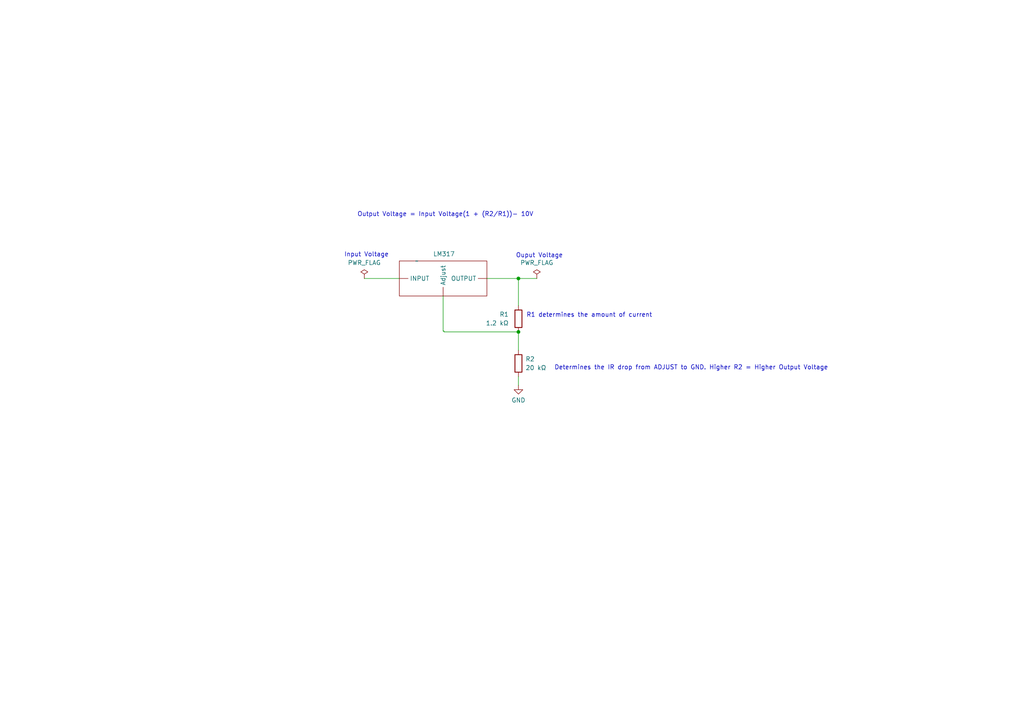
<source format=kicad_sch>
(kicad_sch (version 20230121) (generator eeschema)
  (paper "A4")
  (lib_symbols
    (symbol "A6211:LM317"
      (property "Reference" "LM317" (at 7.62 2.54 0))
      (symbol "LM317_0_1"
        (rectangle (start -5.08 0) (end 20.32 -10.16))
      )
      (symbol "LM317_1_1"
        (pin passive line (at 7.62 -10.16 90) (length 2.54) (name "Adjust") (number ""))
        (pin input line (at -5.08 -5.08 0) (length 2.54) (name "INPUT") (number ""))
        (pin output line (at 20.32 -5.08 180) (length 2.54) (name "OUTPUT") (number ""))
      )
    )
    (symbol "Device:R" (pin_numbers hide) (pin_names (offset 0))
      (property "Reference" "R" (at 2.032 0 90))
      (property "Value" "R" (at 0 0 90))
      (symbol "R_0_1"
        (rectangle (start -1.016 -2.54) (end 1.016 2.54) (stroke (width 0.254)))
      )
      (symbol "R_1_1"
        (pin passive line (at 0 3.81 270) (length 1.27) (name "~") (number "1"))
        (pin passive line (at 0 -3.81 90) (length 1.27) (name "~") (number "2"))
      )
    )
    (symbol "power:GND" (power) (pin_names (offset 0))
      (property "Value" "GND" (at 0 -3.81 0))
      (symbol "GND_0_1"
        (polyline (pts (xy 0 0) (xy 0 -1.27) (xy 1.27 -1.27) (xy 0 -2.54) (xy -1.27 -1.27) (xy 0 -1.27)))
      )
      (symbol "GND_1_1"
        (pin power_in line (at 0 0 270) (length 0) hide (name "GND") (number "1"))
      )
    )
    (symbol "power:PWR_FLAG" (power) (pin_numbers hide) (pin_names (offset 0) hide)
      (property "Value" "PWR_FLAG" (at 0 3.81 0))
      (symbol "PWR_FLAG_0_0"
        (pin power_out line (at 0 0 90) (length 0) (name "pwr") (number "1"))
      )
      (symbol "PWR_FLAG_0_1"
        (polyline (pts (xy 0 0) (xy 0 1.27) (xy -1.016 1.905) (xy 0 2.54) (xy 1.016 1.905) (xy 0 1.27)))
      )
    )
  )
  (junction (at 150.368 96.266))
  (junction (at 150.368 80.772))
  (wire (pts (xy 150.368 96.266) (xy 150.368 101.6)))
  (wire (pts (xy 128.778 96.266) (xy 128.778 96.012)))
  (wire (pts (xy 141.224 80.772) (xy 150.368 80.772)))
  (wire (pts (xy 128.778 96.012) (xy 128.524 96.012)))
  (wire (pts (xy 150.368 109.22) (xy 150.368 111.76)))
  (wire (pts (xy 150.368 80.772) (xy 150.368 88.646)))
  (wire (pts (xy 128.524 96.012) (xy 128.524 85.852)))
  (wire (pts (xy 115.824 80.772) (xy 105.664 80.772)))
  (wire (pts (xy 150.368 96.266) (xy 128.778 96.266)))
  (wire (pts (xy 150.368 80.772) (xy 155.702 80.772)))
  (text "Output Voltage = Input Voltage(1 + (R2/R1))- 10V" (at 103.632 62.992 0) (effects (font (size 1.27 1.27)) (justify left bottom)))
  (text "R1 determines the amount of current" (at 152.654 92.202 0) (effects (font (size 1.27 1.27)) (justify left bottom)))
  (text "Ouput Voltage" (at 149.606 74.93 0) (effects (font (size 1.27 1.27)) (justify left bottom)))
  (text "Input Voltage" (at 99.822 74.676 0) (effects (font (size 1.27 1.27)) (justify left bottom)))
  (text "Determines the IR drop from ADJUST to GND. Higher R2 = Higher Output Voltage" (at 160.782 107.442 0) (effects (font (size 1.27 1.27)) (justify left bottom)))
  (symbol (lib_id "Device:R") (at 150.368 105.41 0) (unit 1)
    (property "Reference" "R2" (at 152.4 104.14 0) (effects (justify left)))
    (property "Value" "20 kΩ" (at 152.4 106.68 0) (effects (justify left)))
  )
  (symbol (lib_id "power:GND") (at 150.368 111.76 0) (unit 1)
    (property "Reference" "#PWR01" (effects hide))
    (property "Value" "GND" (at 150.368 116.078 0))
  )
  (symbol (lib_id "A6211:LM317") (at 120.904 75.692 0) (unit 1)
    (property "Reference" "LM317" (at 128.778 73.66 0))
    (property "Value" "~" (at 120.904 75.692 0))
  )
  (symbol (lib_id "power:PWR_FLAG") (at 105.664 80.772 0) (unit 1)
    (property "Reference" "#FLG01" (effects hide))
    (property "Value" "PWR_FLAG" (at 105.664 76.2 0))
  )
  (symbol (lib_id "power:PWR_FLAG") (at 155.702 80.772 0) (unit 1)
    (property "Reference" "#FLG02" (effects hide))
    (property "Value" "PWR_FLAG" (at 155.702 76.2 0))
  )
  (symbol (lib_id "Device:R") (at 150.368 92.456 0) (mirror x) (unit 1)
    (property "Reference" "R1" (at 147.574 91.186 0) (effects (justify right)))
    (property "Value" "1.2 kΩ" (at 147.574 93.726 0) (effects (justify right)))
  )
)
</source>
